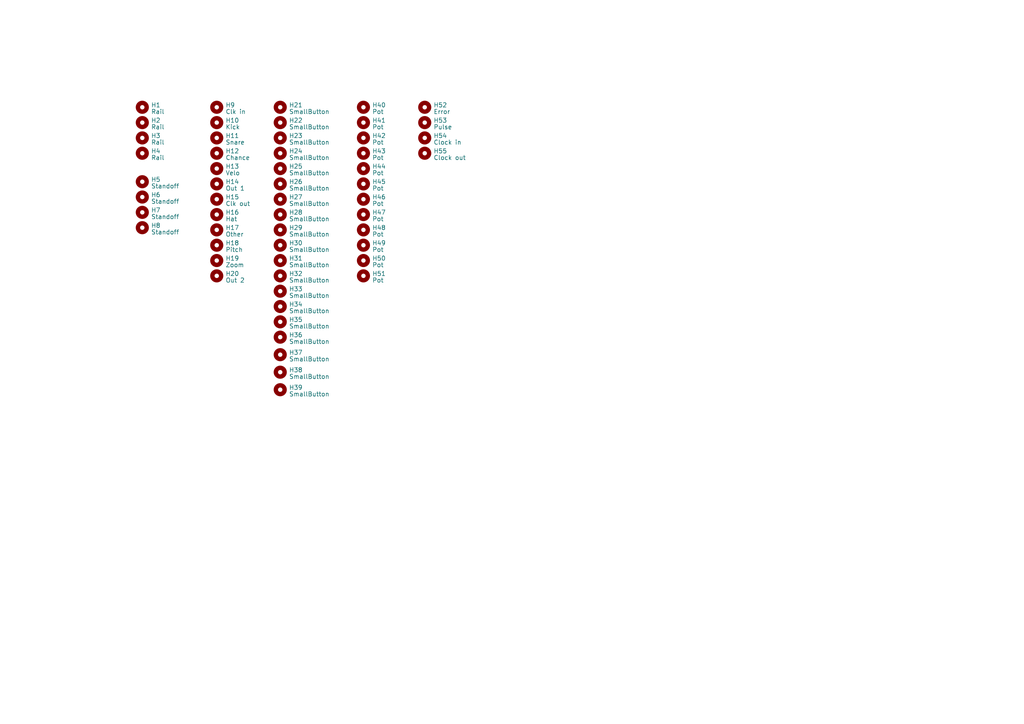
<source format=kicad_sch>
(kicad_sch (version 20230121) (generator eeschema)
  (paper "A4")
  (lib_symbols
    (symbol "Mechanical:MountingHole" (pin_names (offset 1.016))
      (property "Reference" "H" (at 0 5.08 0))
      (property "Value" "MountingHole" (at 0 3.175 0))
      (symbol "MountingHole_0_1"
        (circle (center 0 0) (radius 1.27) (stroke (width 1.27)))
      )
    )
  )
  (symbol (lib_id "Mechanical:MountingHole") (at 41.275 61.595 0) (unit 1)
    (property "Reference" "H7" (at 43.815 60.9513 0) (effects (justify left)))
    (property "Value" "Standoff" (at 43.815 62.8723 0) (effects (justify left)))
    (property "Footprint" "Panel:MountingHole_3.2mm_M3" (effects hide))
  )
  (symbol (lib_id "Mechanical:MountingHole") (at 105.41 35.56 0) (unit 1)
    (property "Reference" "H41" (at 107.95 34.9163 0) (effects (justify left)))
    (property "Value" "Pot" (at 107.95 36.8373 0) (effects (justify left)))
    (property "Footprint" "Panel:Pot_Hole" (effects hide))
  )
  (symbol (lib_id "Mechanical:MountingHole") (at 81.28 88.9 0) (unit 1)
    (property "Reference" "H34" (at 83.82 88.2563 0) (effects (justify left)))
    (property "Value" "SmallButton" (at 83.82 90.1773 0) (effects (justify left)))
    (property "Footprint" "Panel:Button_Hole" (effects hide))
  )
  (symbol (lib_id "Mechanical:MountingHole") (at 41.275 52.705 0) (unit 1)
    (property "Reference" "H5" (at 43.815 52.0613 0) (effects (justify left)))
    (property "Value" "Standoff" (at 43.815 53.9823 0) (effects (justify left)))
    (property "Footprint" "Panel:MountingHole_3.2mm_M3" (effects hide))
  )
  (symbol (lib_id "Mechanical:MountingHole") (at 81.28 40.005 0) (unit 1)
    (property "Reference" "H23" (at 83.82 39.3613 0) (effects (justify left)))
    (property "Value" "SmallButton" (at 83.82 41.2823 0) (effects (justify left)))
    (property "Footprint" "Panel:Button_Hole" (effects hide))
  )
  (symbol (lib_id "Mechanical:MountingHole") (at 81.28 93.345 0) (unit 1)
    (property "Reference" "H35" (at 83.82 92.7013 0) (effects (justify left)))
    (property "Value" "SmallButton" (at 83.82 94.6223 0) (effects (justify left)))
    (property "Footprint" "Panel:Button_Hole" (effects hide))
  )
  (symbol (lib_id "Mechanical:MountingHole") (at 105.41 80.01 0) (unit 1)
    (property "Reference" "H51" (at 107.95 79.3663 0) (effects (justify left)))
    (property "Value" "Pot" (at 107.95 81.2873 0) (effects (justify left)))
    (property "Footprint" "Panel:Pot_Hole" (effects hide))
  )
  (symbol (lib_id "Mechanical:MountingHole") (at 81.28 48.895 0) (unit 1)
    (property "Reference" "H25" (at 83.82 48.2513 0) (effects (justify left)))
    (property "Value" "SmallButton" (at 83.82 50.1723 0) (effects (justify left)))
    (property "Footprint" "Panel:Button_Hole" (effects hide))
  )
  (symbol (lib_id "Mechanical:MountingHole") (at 81.28 80.01 0) (unit 1)
    (property "Reference" "H32" (at 83.82 79.3663 0) (effects (justify left)))
    (property "Value" "SmallButton" (at 83.82 81.2873 0) (effects (justify left)))
    (property "Footprint" "Panel:Button_Hole" (effects hide))
  )
  (symbol (lib_id "Mechanical:MountingHole") (at 41.275 40.005 0) (unit 1)
    (property "Reference" "H3" (at 43.815 39.3613 0) (effects (justify left)))
    (property "Value" "Rail" (at 43.815 41.2823 0) (effects (justify left)))
    (property "Footprint" "Panel:MountingHole_3.2mm_M3" (effects hide))
  )
  (symbol (lib_id "Mechanical:MountingHole") (at 105.41 62.23 0) (unit 1)
    (property "Reference" "H47" (at 107.95 61.5863 0) (effects (justify left)))
    (property "Value" "Pot" (at 107.95 63.5073 0) (effects (justify left)))
    (property "Footprint" "Panel:Pot_Hole" (effects hide))
  )
  (symbol (lib_id "Mechanical:MountingHole") (at 81.28 35.56 0) (unit 1)
    (property "Reference" "H22" (at 83.82 34.9163 0) (effects (justify left)))
    (property "Value" "SmallButton" (at 83.82 36.8373 0) (effects (justify left)))
    (property "Footprint" "Panel:Button_Hole" (effects hide))
  )
  (symbol (lib_id "Mechanical:MountingHole") (at 81.28 44.45 0) (unit 1)
    (property "Reference" "H24" (at 83.82 43.8063 0) (effects (justify left)))
    (property "Value" "SmallButton" (at 83.82 45.7273 0) (effects (justify left)))
    (property "Footprint" "Panel:Button_Hole" (effects hide))
  )
  (symbol (lib_id "Mechanical:MountingHole") (at 81.28 113.03 0) (unit 1)
    (property "Reference" "H39" (at 83.82 112.3863 0) (effects (justify left)))
    (property "Value" "SmallButton" (at 83.82 114.3073 0) (effects (justify left)))
    (property "Footprint" "Panel:Button_Hole" (effects hide))
  )
  (symbol (lib_id "Mechanical:MountingHole") (at 62.865 44.45 0) (unit 1)
    (property "Reference" "H12" (at 65.405 43.8063 0) (effects (justify left)))
    (property "Value" "Chance" (at 65.405 45.7273 0) (effects (justify left)))
    (property "Footprint" "Panel:Jack_Hole" (effects hide))
  )
  (symbol (lib_id "Mechanical:MountingHole") (at 62.865 62.23 0) (unit 1)
    (property "Reference" "H16" (at 65.405 61.5863 0) (effects (justify left)))
    (property "Value" "Hat" (at 65.405 63.5073 0) (effects (justify left)))
    (property "Footprint" "Panel:Jack_Hole" (effects hide))
  )
  (symbol (lib_id "Mechanical:MountingHole") (at 62.865 53.34 0) (unit 1)
    (property "Reference" "H14" (at 65.405 52.6963 0) (effects (justify left)))
    (property "Value" "Out 1" (at 65.405 54.6173 0) (effects (justify left)))
    (property "Footprint" "Panel:Jack_Hole" (effects hide))
  )
  (symbol (lib_id "Mechanical:MountingHole") (at 81.28 97.79 0) (unit 1)
    (property "Reference" "H36" (at 83.82 97.1463 0) (effects (justify left)))
    (property "Value" "SmallButton" (at 83.82 99.0673 0) (effects (justify left)))
    (property "Footprint" "Panel:Button_Hole" (effects hide))
  )
  (symbol (lib_id "Mechanical:MountingHole") (at 81.28 75.565 0) (unit 1)
    (property "Reference" "H31" (at 83.82 74.9213 0) (effects (justify left)))
    (property "Value" "SmallButton" (at 83.82 76.8423 0) (effects (justify left)))
    (property "Footprint" "Panel:Button_Hole" (effects hide))
  )
  (symbol (lib_id "Mechanical:MountingHole") (at 123.19 40.005 0) (unit 1)
    (property "Reference" "H54" (at 125.73 39.3613 0) (effects (justify left)))
    (property "Value" "Clock in" (at 125.73 41.2823 0) (effects (justify left)))
    (property "Footprint" "Panel:LED_Hole" (effects hide))
  )
  (symbol (lib_id "Mechanical:MountingHole") (at 81.28 62.23 0) (unit 1)
    (property "Reference" "H28" (at 83.82 61.5863 0) (effects (justify left)))
    (property "Value" "SmallButton" (at 83.82 63.5073 0) (effects (justify left)))
    (property "Footprint" "Panel:Button_Hole" (effects hide))
  )
  (symbol (lib_id "Mechanical:MountingHole") (at 105.41 57.785 0) (unit 1)
    (property "Reference" "H46" (at 107.95 57.1413 0) (effects (justify left)))
    (property "Value" "Pot" (at 107.95 59.0623 0) (effects (justify left)))
    (property "Footprint" "Panel:Pot_Hole" (effects hide))
  )
  (symbol (lib_id "Mechanical:MountingHole") (at 105.41 48.895 0) (unit 1)
    (property "Reference" "H44" (at 107.95 48.2513 0) (effects (justify left)))
    (property "Value" "Pot" (at 107.95 50.1723 0) (effects (justify left)))
    (property "Footprint" "Panel:Pot_Hole" (effects hide))
  )
  (symbol (lib_id "Mechanical:MountingHole") (at 81.28 57.785 0) (unit 1)
    (property "Reference" "H27" (at 83.82 57.1413 0) (effects (justify left)))
    (property "Value" "SmallButton" (at 83.82 59.0623 0) (effects (justify left)))
    (property "Footprint" "Panel:Button_Hole" (effects hide))
  )
  (symbol (lib_id "Mechanical:MountingHole") (at 105.41 31.115 0) (unit 1)
    (property "Reference" "H40" (at 107.95 30.4713 0) (effects (justify left)))
    (property "Value" "Pot" (at 107.95 32.3923 0) (effects (justify left)))
    (property "Footprint" "Panel:Pot_Hole" (effects hide))
  )
  (symbol (lib_id "Mechanical:MountingHole") (at 123.19 44.45 0) (unit 1)
    (property "Reference" "H55" (at 125.73 43.8063 0) (effects (justify left)))
    (property "Value" "Clock out" (at 125.73 45.7273 0) (effects (justify left)))
    (property "Footprint" "Panel:LED_Hole" (effects hide))
  )
  (symbol (lib_id "Mechanical:MountingHole") (at 62.865 31.115 0) (unit 1)
    (property "Reference" "H9" (at 65.405 30.4713 0) (effects (justify left)))
    (property "Value" "Clk in" (at 65.405 32.3923 0) (effects (justify left)))
    (property "Footprint" "Panel:Jack_Hole" (effects hide))
  )
  (symbol (lib_id "Mechanical:MountingHole") (at 41.275 66.04 0) (unit 1)
    (property "Reference" "H8" (at 43.815 65.3963 0) (effects (justify left)))
    (property "Value" "Standoff" (at 43.815 67.3173 0) (effects (justify left)))
    (property "Footprint" "Panel:MountingHole_3.2mm_M3" (effects hide))
  )
  (symbol (lib_id "Mechanical:MountingHole") (at 123.19 35.56 0) (unit 1)
    (property "Reference" "H53" (at 125.73 34.9163 0) (effects (justify left)))
    (property "Value" "Pulse" (at 125.73 36.8373 0) (effects (justify left)))
    (property "Footprint" "Panel:LED_Hole" (effects hide))
  )
  (symbol (lib_id "Mechanical:MountingHole") (at 81.28 66.675 0) (unit 1)
    (property "Reference" "H29" (at 83.82 66.0313 0) (effects (justify left)))
    (property "Value" "SmallButton" (at 83.82 67.9523 0) (effects (justify left)))
    (property "Footprint" "Panel:Button_Hole" (effects hide))
  )
  (symbol (lib_id "Mechanical:MountingHole") (at 105.41 44.45 0) (unit 1)
    (property "Reference" "H43" (at 107.95 43.8063 0) (effects (justify left)))
    (property "Value" "Pot" (at 107.95 45.7273 0) (effects (justify left)))
    (property "Footprint" "Panel:Pot_Hole" (effects hide))
  )
  (symbol (lib_id "Mechanical:MountingHole") (at 62.865 80.01 0) (unit 1)
    (property "Reference" "H20" (at 65.405 79.3663 0) (effects (justify left)))
    (property "Value" "Out 2" (at 65.405 81.2873 0) (effects (justify left)))
    (property "Footprint" "Panel:Jack_Hole" (effects hide))
  )
  (symbol (lib_id "Mechanical:MountingHole") (at 41.275 35.56 0) (unit 1)
    (property "Reference" "H2" (at 43.815 34.9163 0) (effects (justify left)))
    (property "Value" "Rail" (at 43.815 36.8373 0) (effects (justify left)))
    (property "Footprint" "Panel:MountingHole_3.2mm_M3" (effects hide))
  )
  (symbol (lib_id "Mechanical:MountingHole") (at 81.28 53.34 0) (unit 1)
    (property "Reference" "H26" (at 83.82 52.6963 0) (effects (justify left)))
    (property "Value" "SmallButton" (at 83.82 54.6173 0) (effects (justify left)))
    (property "Footprint" "Panel:Button_Hole" (effects hide))
  )
  (symbol (lib_id "Mechanical:MountingHole") (at 105.41 71.12 0) (unit 1)
    (property "Reference" "H49" (at 107.95 70.4763 0) (effects (justify left)))
    (property "Value" "Pot" (at 107.95 72.3973 0) (effects (justify left)))
    (property "Footprint" "Panel:Pot_Hole" (effects hide))
  )
  (symbol (lib_id "Mechanical:MountingHole") (at 62.865 71.12 0) (unit 1)
    (property "Reference" "H18" (at 65.405 70.4763 0) (effects (justify left)))
    (property "Value" "Pitch" (at 65.405 72.3973 0) (effects (justify left)))
    (property "Footprint" "Panel:Jack_Hole" (effects hide))
  )
  (symbol (lib_id "Mechanical:MountingHole") (at 105.41 53.34 0) (unit 1)
    (property "Reference" "H45" (at 107.95 52.6963 0) (effects (justify left)))
    (property "Value" "Pot" (at 107.95 54.6173 0) (effects (justify left)))
    (property "Footprint" "Panel:Pot_Hole" (effects hide))
  )
  (symbol (lib_id "Mechanical:MountingHole") (at 62.865 40.005 0) (unit 1)
    (property "Reference" "H11" (at 65.405 39.3613 0) (effects (justify left)))
    (property "Value" "Snare" (at 65.405 41.2823 0) (effects (justify left)))
    (property "Footprint" "Panel:Jack_Hole" (effects hide))
  )
  (symbol (lib_id "Mechanical:MountingHole") (at 62.865 35.56 0) (unit 1)
    (property "Reference" "H10" (at 65.405 34.9163 0) (effects (justify left)))
    (property "Value" "Kick" (at 65.405 36.8373 0) (effects (justify left)))
    (property "Footprint" "Panel:Jack_Hole" (effects hide))
  )
  (symbol (lib_id "Mechanical:MountingHole") (at 81.28 71.12 0) (unit 1)
    (property "Reference" "H30" (at 83.82 70.4763 0) (effects (justify left)))
    (property "Value" "SmallButton" (at 83.82 72.3973 0) (effects (justify left)))
    (property "Footprint" "Panel:Button_Hole" (effects hide))
  )
  (symbol (lib_id "Mechanical:MountingHole") (at 123.19 31.115 0) (unit 1)
    (property "Reference" "H52" (at 125.73 30.4713 0) (effects (justify left)))
    (property "Value" "Error" (at 125.73 32.3923 0) (effects (justify left)))
    (property "Footprint" "Panel:LED_Hole" (effects hide))
  )
  (symbol (lib_id "Mechanical:MountingHole") (at 62.865 75.565 0) (unit 1)
    (property "Reference" "H19" (at 65.405 74.9213 0) (effects (justify left)))
    (property "Value" "Zoom" (at 65.405 76.8423 0) (effects (justify left)))
    (property "Footprint" "Panel:Jack_Hole" (effects hide))
  )
  (symbol (lib_id "Mechanical:MountingHole") (at 41.275 31.115 0) (unit 1)
    (property "Reference" "H1" (at 43.815 30.4713 0) (effects (justify left)))
    (property "Value" "Rail" (at 43.815 32.3923 0) (effects (justify left)))
    (property "Footprint" "Panel:MountingHole_3.2mm_M3" (effects hide))
  )
  (symbol (lib_id "Mechanical:MountingHole") (at 62.865 57.785 0) (unit 1)
    (property "Reference" "H15" (at 65.405 57.1413 0) (effects (justify left)))
    (property "Value" "Clk out" (at 65.405 59.0623 0) (effects (justify left)))
    (property "Footprint" "Panel:Jack_Hole" (effects hide))
  )
  (symbol (lib_id "Mechanical:MountingHole") (at 105.41 40.005 0) (unit 1)
    (property "Reference" "H42" (at 107.95 39.3613 0) (effects (justify left)))
    (property "Value" "Pot" (at 107.95 41.2823 0) (effects (justify left)))
    (property "Footprint" "Panel:Pot_Hole" (effects hide))
  )
  (symbol (lib_id "Mechanical:MountingHole") (at 81.28 84.455 0) (unit 1)
    (property "Reference" "H33" (at 83.82 83.8113 0) (effects (justify left)))
    (property "Value" "SmallButton" (at 83.82 85.7323 0) (effects (justify left)))
    (property "Footprint" "Panel:Button_Hole" (effects hide))
  )
  (symbol (lib_id "Mechanical:MountingHole") (at 41.275 57.15 0) (unit 1)
    (property "Reference" "H6" (at 43.815 56.5063 0) (effects (justify left)))
    (property "Value" "Standoff" (at 43.815 58.4273 0) (effects (justify left)))
    (property "Footprint" "Panel:MountingHole_3.2mm_M3" (effects hide))
  )
  (symbol (lib_id "Mechanical:MountingHole") (at 81.28 102.87 0) (unit 1)
    (property "Reference" "H37" (at 83.82 102.2263 0) (effects (justify left)))
    (property "Value" "SmallButton" (at 83.82 104.1473 0) (effects (justify left)))
    (property "Footprint" "Panel:Button_Hole" (effects hide))
  )
  (symbol (lib_id "Mechanical:MountingHole") (at 81.28 107.95 0) (unit 1)
    (property "Reference" "H38" (at 83.82 107.3063 0) (effects (justify left)))
    (property "Value" "SmallButton" (at 83.82 109.2273 0) (effects (justify left)))
    (property "Footprint" "Panel:Button_Hole" (effects hide))
  )
  (symbol (lib_id "Mechanical:MountingHole") (at 41.275 44.45 0) (unit 1)
    (property "Reference" "H4" (at 43.815 43.8063 0) (effects (justify left)))
    (property "Value" "Rail" (at 43.815 45.7273 0) (effects (justify left)))
    (property "Footprint" "Panel:MountingHole_3.2mm_M3" (effects hide))
  )
  (symbol (lib_id "Mechanical:MountingHole") (at 105.41 66.675 0) (unit 1)
    (property "Reference" "H48" (at 107.95 66.0313 0) (effects (justify left)))
    (property "Value" "Pot" (at 107.95 67.9523 0) (effects (justify left)))
    (property "Footprint" "Panel:Pot_Hole" (effects hide))
  )
  (symbol (lib_id "Mechanical:MountingHole") (at 105.41 75.565 0) (unit 1)
    (property "Reference" "H50" (at 107.95 74.9213 0) (effects (justify left)))
    (property "Value" "Pot" (at 107.95 76.8423 0) (effects (justify left)))
    (property "Footprint" "Panel:Pot_Hole" (effects hide))
  )
  (symbol (lib_id "Mechanical:MountingHole") (at 62.865 66.675 0) (unit 1)
    (property "Reference" "H17" (at 65.405 66.0313 0) (effects (justify left)))
    (property "Value" "Other" (at 65.405 67.9523 0) (effects (justify left)))
    (property "Footprint" "Panel:Jack_Hole" (effects hide))
  )
  (symbol (lib_id "Mechanical:MountingHole") (at 62.865 48.895 0) (unit 1)
    (property "Reference" "H13" (at 65.405 48.2513 0) (effects (justify left)))
    (property "Value" "Velo" (at 65.405 50.1723 0) (effects (justify left)))
    (property "Footprint" "Panel:Jack_Hole" (effects hide))
  )
  (symbol (lib_id "Mechanical:MountingHole") (at 81.28 31.115 0) (unit 1)
    (property "Reference" "H21" (at 83.82 30.4713 0) (effects (justify left)))
    (property "Value" "SmallButton" (at 83.82 32.3923 0) (effects (justify left)))
    (property "Footprint" "Panel:Button_Hole" (effects hide))
  )
)
</source>
